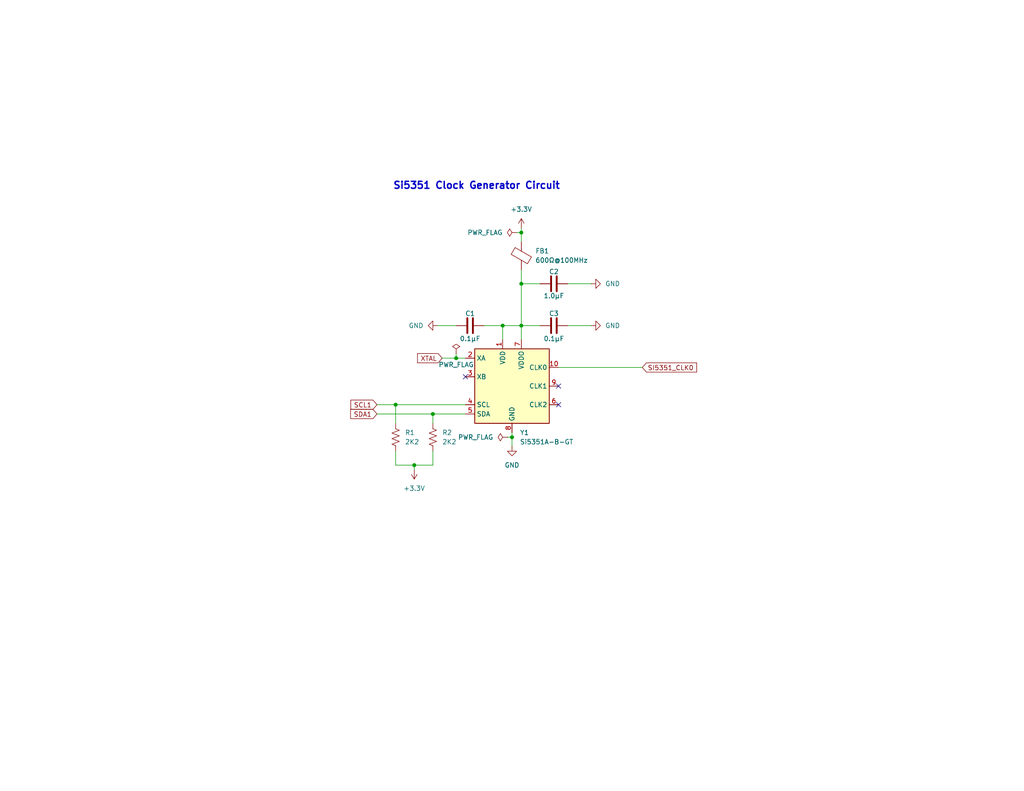
<source format=kicad_sch>
(kicad_sch (version 20250114) (generator "eeschema") (generator_version "9.0")
  (paper "A")
  (title_block (title "Si5351 Clock Generator Circuit") (date "2026-02-03") (rev "0") (company "Lee C. Bussy [AA0NT]"))
  (lib_symbols
    (symbol "Device:C" (pin_numbers (hide yes)) (pin_names (offset 0.254))
      (property "Reference" "C" (at 0.635 2.54 0))
      (property "Value" "C" (at 0.635 -2.54 0))
      (symbol "C_0_1"
        (polyline (pts (xy -2.032 0.762) (xy 2.032 0.762)) (stroke (width 0.508)))
        (polyline (pts (xy -2.032 -0.762) (xy 2.032 -0.762)) (stroke (width 0.508)))
      )
      (symbol "C_1_1"
        (pin passive line (at 0 3.81 270) (length 2.794) (name "~") (number "1"))
        (pin passive line (at 0 -3.81 90) (length 2.794) (name "~") (number "2"))
      )
    )
    (symbol "Device:FerriteBead" (pin_numbers (hide yes)) (pin_names (offset 0))
      (property "Reference" "FB" (at -3.81 0.635 90))
      (property "Value" "FerriteBead" (at 3.81 0 90))
      (symbol "FerriteBead_0_1"
        (polyline (pts (xy -2.7686 0.4064) (xy -1.7018 2.2606) (xy 2.7686 -0.3048) (xy 1.6764 -2.159) (xy -2.7686 0.4064)))
        (polyline (pts (xy 0 1.27) (xy 0 1.2954)))
        (polyline (pts (xy 0 -1.27) (xy 0 -1.2192)))
      )
      (symbol "FerriteBead_1_1"
        (pin passive line (at 0 3.81 270) (length 2.54) (name "~") (number "1"))
        (pin passive line (at 0 -3.81 90) (length 2.54) (name "~") (number "2"))
      )
    )
    (symbol "Device:R_US" (pin_numbers (hide yes)) (pin_names (offset 0))
      (property "Reference" "R" (at 2.54 0 90))
      (property "Value" "R_US" (at -2.54 0 90))
      (symbol "R_US_0_1"
        (polyline (pts (xy 0 2.286) (xy 0 2.54)))
        (polyline (pts (xy 0 2.286) (xy 1.016 1.905) (xy 0 1.524) (xy -1.016 1.143) (xy 0 0.762)))
        (polyline (pts (xy 0 0.762) (xy 1.016 0.381) (xy 0 0) (xy -1.016 -0.381) (xy 0 -0.762)))
        (polyline (pts (xy 0 -0.762) (xy 1.016 -1.143) (xy 0 -1.524) (xy -1.016 -1.905) (xy 0 -2.286)))
        (polyline (pts (xy 0 -2.286) (xy 0 -2.54)))
      )
      (symbol "R_US_1_1"
        (pin passive line (at 0 3.81 270) (length 1.27) (name "~") (number "1"))
        (pin passive line (at 0 -3.81 90) (length 1.27) (name "~") (number "2"))
      )
    )
    (symbol "Oscillator:Si5351A-B-GT"
      (property "Reference" "Y" (at -8.89 11.43 0))
      (property "Value" "Si5351A-B-GT" (at -12.7 -12.7 0))
      (symbol "Si5351A-B-GT_0_1"
        (rectangle (start -10.16 10.16) (end 10.16 -10.16) (stroke (width 0.254)) (fill (type background)))
      )
      (symbol "Si5351A-B-GT_1_1"
        (pin input line (at -12.7 7.62 0) (length 2.54) (name "XA") (number "2"))
        (pin input line (at -12.7 2.54 0) (length 2.54) (name "XB") (number "3"))
        (pin input line (at -12.7 -5.08 0) (length 2.54) (name "SCL") (number "4"))
        (pin bidirectional line (at -12.7 -7.62 0) (length 2.54) (name "SDA") (number "5"))
        (pin power_in line (at -2.54 12.7 270) (length 2.54) (name "VDD") (number "1"))
        (pin power_in line (at 0 -12.7 90) (length 2.54) (name "GND") (number "8"))
        (pin power_in line (at 2.54 12.7 270) (length 2.54) (name "VDDO") (number "7"))
        (pin output line (at 12.7 5.08 180) (length 2.54) (name "CLK0") (number "10"))
        (pin output line (at 12.7 0 180) (length 2.54) (name "CLK1") (number "9"))
        (pin output line (at 12.7 -5.08 180) (length 2.54) (name "CLK2") (number "6"))
      )
    )
    (symbol "power:+3.3V" (power) (pin_numbers (hide yes)) (pin_names (offset 0) (hide yes))
      (property "Value" "+3.3V" (at 0 3.556 0))
      (symbol "+3.3V_0_1"
        (polyline (pts (xy -0.762 1.27) (xy 0 2.54)))
        (polyline (pts (xy 0 2.54) (xy 0.762 1.27)))
        (polyline (pts (xy 0 0) (xy 0 2.54)))
      )
      (symbol "+3.3V_1_1"
        (pin power_in line (at 0 0 90) (length 0) (name "~") (number "1"))
      )
    )
    (symbol "power:GND" (power) (pin_numbers (hide yes)) (pin_names (offset 0) (hide yes))
      (property "Value" "GND" (at 0 -3.81 0))
      (symbol "GND_0_1"
        (polyline (pts (xy 0 0) (xy 0 -1.27) (xy 1.27 -1.27) (xy 0 -2.54) (xy -1.27 -1.27) (xy 0 -1.27)))
      )
      (symbol "GND_1_1"
        (pin power_in line (at 0 0 270) (length 0) (name "~") (number "1"))
      )
    )
    (symbol "power:PWR_FLAG" (power) (pin_numbers (hide yes)) (pin_names (offset 0) (hide yes))
      (property "Value" "PWR_FLAG" (at 0 3.81 0))
      (symbol "PWR_FLAG_0_0"
        (pin power_out line (at 0 0 90) (length 0) (name "~") (number "1"))
      )
      (symbol "PWR_FLAG_0_1"
        (polyline (pts (xy 0 0) (xy 0 1.27) (xy -1.016 1.905) (xy 0 2.54) (xy 1.016 1.905) (xy 0 1.27)))
      )
    )
  )
  (text "Si5351 Clock Generator Circuit" (at 130.048 50.8 0) (effects (font (size 1.905 1.905) (thickness 0.381) (bold yes))))
  (junction (at 137.16 88.9))
  (junction (at 113.03 127))
  (junction (at 124.46 97.79))
  (junction (at 107.95 110.49))
  (junction (at 142.24 77.47))
  (junction (at 139.7 119.38))
  (junction (at 118.11 113.03))
  (junction (at 142.24 63.5))
  (junction (at 142.24 88.9))
  (no_connect (at 127 102.87))
  (no_connect (at 152.4 110.49))
  (no_connect (at 152.4 105.41))
  (wire (pts (xy 139.7 118.11) (xy 139.7 119.38)))
  (wire (pts (xy 142.24 92.71) (xy 142.24 88.9)))
  (wire (pts (xy 107.95 127) (xy 113.03 127)))
  (wire (pts (xy 124.46 97.79) (xy 127 97.79)))
  (wire (pts (xy 154.94 88.9) (xy 161.29 88.9)))
  (wire (pts (xy 142.24 77.47) (xy 147.32 77.47)))
  (wire (pts (xy 142.24 63.5) (xy 142.24 66.04)))
  (wire (pts (xy 113.03 127) (xy 113.03 128.27)))
  (wire (pts (xy 138.43 119.38) (xy 139.7 119.38)))
  (wire (pts (xy 119.38 88.9) (xy 124.46 88.9)))
  (wire (pts (xy 142.24 62.23) (xy 142.24 63.5)))
  (wire (pts (xy 118.11 113.03) (xy 127 113.03)))
  (wire (pts (xy 124.46 96.52) (xy 124.46 97.79)))
  (wire (pts (xy 107.95 110.49) (xy 107.95 115.57)))
  (wire (pts (xy 113.03 127) (xy 118.11 127)))
  (wire (pts (xy 142.24 88.9) (xy 147.32 88.9)))
  (wire (pts (xy 102.87 113.03) (xy 118.11 113.03)))
  (wire (pts (xy 154.94 77.47) (xy 161.29 77.47)))
  (wire (pts (xy 137.16 88.9) (xy 137.16 92.71)))
  (wire (pts (xy 152.4 100.33) (xy 175.26 100.33)))
  (wire (pts (xy 140.97 63.5) (xy 142.24 63.5)))
  (wire (pts (xy 102.87 110.49) (xy 107.95 110.49)))
  (wire (pts (xy 107.95 110.49) (xy 127 110.49)))
  (wire (pts (xy 137.16 88.9) (xy 142.24 88.9)))
  (wire (pts (xy 118.11 123.19) (xy 118.11 127)))
  (wire (pts (xy 142.24 77.47) (xy 142.24 88.9)))
  (wire (pts (xy 107.95 123.19) (xy 107.95 127)))
  (wire (pts (xy 132.08 88.9) (xy 137.16 88.9)))
  (wire (pts (xy 142.24 73.66) (xy 142.24 77.47)))
  (wire (pts (xy 139.7 119.38) (xy 139.7 121.92)))
  (wire (pts (xy 120.65 97.79) (xy 124.46 97.79)))
  (wire (pts (xy 118.11 113.03) (xy 118.11 115.57)))
  (global_label "SCL1" (shape input) (at 102.87 110.49 180) (property "Intersheetrefs" "${INTERSHEET_REFS}" (effects (hide yes))))
  (global_label "SDA1" (shape input) (at 102.87 113.03 180) (property "Intersheetrefs" "${INTERSHEET_REFS}" (effects (hide yes))))
  (global_label "SI5351_CLK0" (shape input) (at 175.26 100.33 0) (property "Intersheetrefs" "${INTERSHEET_REFS}" (effects (hide yes))))
  (global_label "XTAL" (shape input) (at 120.65 97.79 180) (property "Intersheetrefs" "${INTERSHEET_REFS}" (effects (hide yes))))
  (symbol (lib_id "Device:R_US") (at 107.95 119.38 0) (unit 1)
    (property "Reference" "R1" (at 110.49 118.1099 0) (effects (justify left)))
    (property "Value" "2K2" (at 110.49 120.6499 0) (effects (justify left)))
    (property "Description" "Resistor, US symbol" (effects (hide yes)))
  )
  (symbol (lib_id "power:PWR_FLAG") (at 140.97 63.5 90) (unit 1)
    (property "Reference" "#FLG03" (effects (hide yes)))
    (property "Value" "PWR_FLAG" (at 137.16 63.4999 90) (effects (justify left)))
    (property "Description" "Special symbol for telling ERC where power comes from" (effects (hide yes)))
  )
  (symbol (lib_id "power:+3.3V") (at 113.03 128.27 180) (unit 1)
    (property "Reference" "#PWR01" (effects (hide yes)))
    (property "Value" "+3.3V" (at 113.03 133.35 0))
    (property "Description" "Power symbol creates a global label with name \"+3.3V\"" (effects (hide yes)))
  )
  (symbol (lib_id "power:PWR_FLAG") (at 138.43 119.38 90) (unit 1)
    (property "Reference" "#FLG02" (effects (hide yes)))
    (property "Value" "PWR_FLAG" (at 134.62 119.3799 90) (effects (justify left)))
    (property "Description" "Special symbol for telling ERC where power comes from" (effects (hide yes)))
  )
  (symbol (lib_id "power:PWR_FLAG") (at 124.46 96.52 0) (unit 1)
    (property "Reference" "#FLG01" (effects (hide yes)))
    (property "Value" "PWR_FLAG" (at 124.46 99.568 0))
    (property "Description" "Special symbol for telling ERC where power comes from" (effects (hide yes)))
  )
  (symbol (lib_id "Device:FerriteBead") (at 142.24 69.85 0) (unit 1)
    (property "Reference" "FB1" (at 146.05 68.5291 0) (effects (justify left)))
    (property "Value" "600Ω@100MHz" (at 146.05 71.0691 0) (effects (justify left)))
    (property "Description" "Ferrite bead" (effects (hide yes)))
  )
  (symbol (lib_id "Device:C") (at 151.13 88.9 90) (unit 1)
    (property "Reference" "C3" (at 151.13 85.598 90))
    (property "Value" "0.1µF" (at 151.13 92.456 90))
    (property "Description" "Unpolarized capacitor" (effects (hide yes)))
  )
  (symbol (lib_id "power:+3.3V") (at 142.24 62.23 0) (unit 1)
    (property "Reference" "#PWR04" (effects (hide yes)))
    (property "Value" "+3.3V" (at 142.24 57.15 0))
    (property "Description" "Power symbol creates a global label with name \"+3.3V\"" (effects (hide yes)))
  )
  (symbol (lib_id "Device:C") (at 128.27 88.9 90) (unit 1)
    (property "Reference" "C1" (at 128.27 85.598 90))
    (property "Value" "0.1µF" (at 128.27 92.456 90))
    (property "Description" "Unpolarized capacitor" (effects (hide yes)))
  )
  (symbol (lib_id "power:GND") (at 161.29 77.47 90) (unit 1)
    (property "Reference" "#PWR05" (effects (hide yes)))
    (property "Value" "GND" (at 165.1 77.4699 90) (effects (justify right)))
    (property "Description" "Power symbol creates a global label with name \"GND\" , ground" (effects (hide yes)))
  )
  (symbol (lib_id "power:GND") (at 139.7 121.92 0) (unit 1)
    (property "Reference" "#PWR03" (effects (hide yes)))
    (property "Value" "GND" (at 139.7 127 0))
    (property "Description" "Power symbol creates a global label with name \"GND\" , ground" (effects (hide yes)))
  )
  (symbol (lib_id "Device:C") (at 151.13 77.47 90) (unit 1)
    (property "Reference" "C2" (at 151.13 74.168 90))
    (property "Value" "1.0µF" (at 151.13 80.772 90))
    (property "Description" "Unpolarized capacitor" (effects (hide yes)))
  )
  (symbol (lib_id "power:GND") (at 119.38 88.9 270) (unit 1)
    (property "Reference" "#PWR02" (effects (hide yes)))
    (property "Value" "GND" (at 115.57 88.8999 90) (effects (justify right)))
    (property "Description" "Power symbol creates a global label with name \"GND\" , ground" (effects (hide yes)))
  )
  (symbol (lib_id "Oscillator:Si5351A-B-GT") (at 139.7 105.41 0) (unit 1)
    (property "Reference" "Y1" (at 141.8433 118.11 0) (effects (justify left)))
    (property "Value" "Si5351A-B-GT" (at 141.8433 120.65 0) (effects (justify left)))
    (property "Footprint" "Package_SO:MSOP-10_3x3mm_P0.5mm" (effects (hide yes)))
    (property "Datasheet" "https://www.silabs.com/documents/public/data-sheets/Si5351-B.pdf" (effects (hide yes)))
    (property "Description" "I2C Programmable Any-Frequency CMOS Clock Generator, MSOP-10" (effects (hide yes)))
  )
  (symbol (lib_id "power:GND") (at 161.29 88.9 90) (unit 1)
    (property "Reference" "#PWR06" (effects (hide yes)))
    (property "Value" "GND" (at 165.1 88.8999 90) (effects (justify right)))
    (property "Description" "Power symbol creates a global label with name \"GND\" , ground" (effects (hide yes)))
  )
  (symbol (lib_id "Device:R_US") (at 118.11 119.38 0) (unit 1)
    (property "Reference" "R2" (at 120.65 118.1099 0) (effects (justify left)))
    (property "Value" "2K2" (at 120.65 120.6499 0) (effects (justify left)))
    (property "Description" "Resistor, US symbol" (effects (hide yes)))
  )
)
</source>
